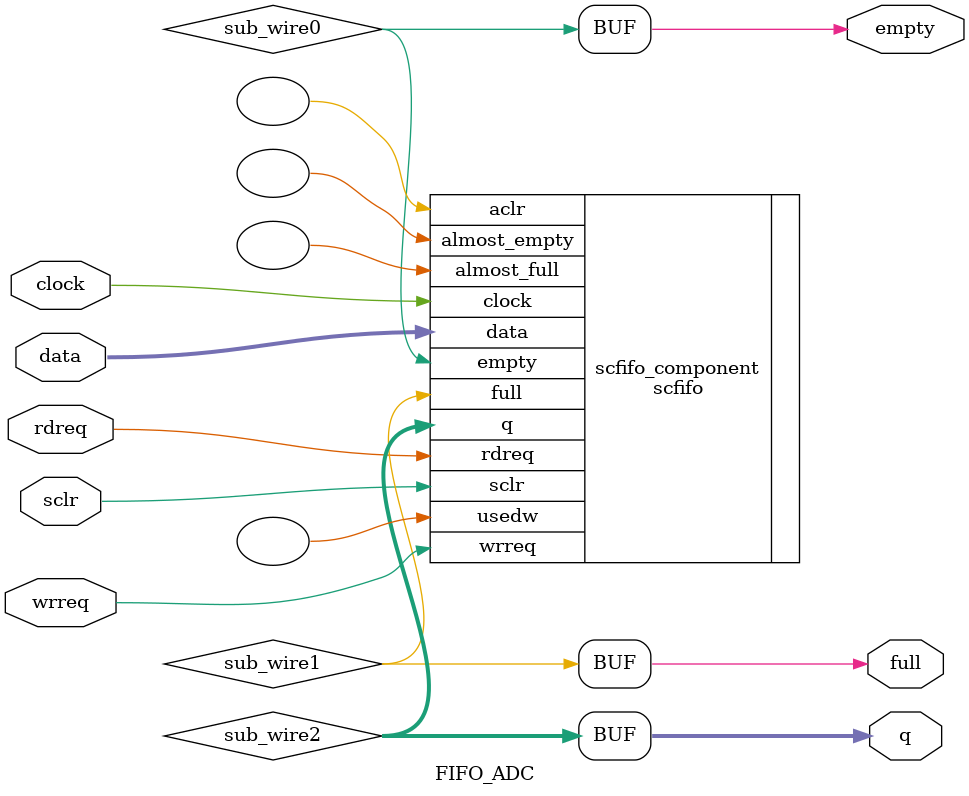
<source format=v>
module FIFO_ADC (
	clock,
	data,
	rdreq,
	sclr,
	wrreq,
	empty,
	full,
	q);
	input	  clock;
	input	[15:0]  data;
	input	  rdreq;
	input	  sclr;
	input	  wrreq;
	output	  empty;
	output	  full;
	output	[15:0]  q;
	wire  sub_wire0;
	wire  sub_wire1;
	wire [15:0] sub_wire2;
	wire  empty = sub_wire0;
	wire  full = sub_wire1;
	wire [15:0] q = sub_wire2[15:0];
	scfifo	scfifo_component (
				.clock (clock),
				.data (data),
				.rdreq (rdreq),
				.sclr (sclr),
				.wrreq (wrreq),
				.empty (sub_wire0),
				.full (sub_wire1),
				.q (sub_wire2),
				.aclr (),
				.almost_empty (),
				.almost_full (),
				.usedw ());
	defparam
		scfifo_component.add_ram_output_register = "ON",
		scfifo_component.intended_device_family = "Cyclone II",
		scfifo_component.lpm_numwords = 16,
		scfifo_component.lpm_showahead = "OFF",
		scfifo_component.lpm_type = "scfifo",
		scfifo_component.lpm_width = 16,
		scfifo_component.lpm_widthu = 4,
		scfifo_component.overflow_checking = "ON",
		scfifo_component.underflow_checking = "ON",
		scfifo_component.use_eab = "ON";
endmodule
</source>
